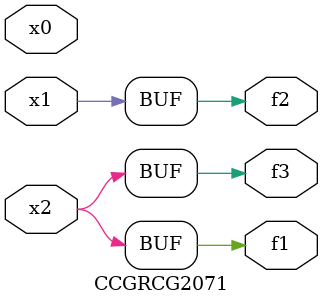
<source format=v>
module CCGRCG2071(
	input x0, x1, x2,
	output f1, f2, f3
);
	assign f1 = x2;
	assign f2 = x1;
	assign f3 = x2;
endmodule

</source>
